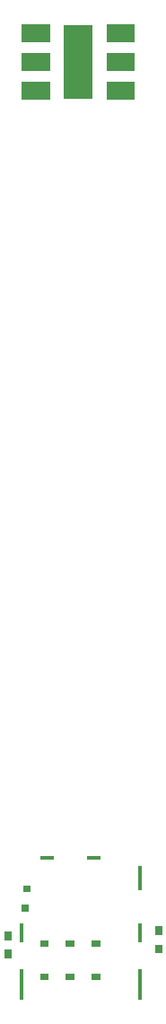
<source format=gts>
G04 #@! TF.FileFunction,Soldermask,Top*
%FSLAX46Y46*%
G04 Gerber Fmt 4.6, Leading zero omitted, Abs format (unit mm)*
G04 Created by KiCad (PCBNEW 4.0.2-stable) date 11/15/2017 1:36:56 PM*
%MOMM*%
G01*
G04 APERTURE LIST*
%ADD10C,0.050000*%
G04 APERTURE END LIST*
D10*
G36*
X41070742Y-118494415D02*
X40722342Y-118494415D01*
X40722342Y-115696015D01*
X41070742Y-115696015D01*
X41070742Y-118494415D01*
X41070742Y-118494415D01*
G37*
G36*
X29895742Y-118494415D02*
X29547342Y-118494415D01*
X29547342Y-115696015D01*
X29895742Y-115696015D01*
X29895742Y-118494415D01*
X29895742Y-118494415D01*
G37*
G36*
X32275742Y-116694415D02*
X31477342Y-116694415D01*
X31477342Y-116096015D01*
X32275742Y-116096015D01*
X32275742Y-116694415D01*
X32275742Y-116694415D01*
G37*
G36*
X34715742Y-116694415D02*
X33917342Y-116694415D01*
X33917342Y-116096015D01*
X34715742Y-116096015D01*
X34715742Y-116694415D01*
X34715742Y-116694415D01*
G37*
G36*
X37155742Y-116694415D02*
X36357342Y-116694415D01*
X36357342Y-116096015D01*
X37155742Y-116096015D01*
X37155742Y-116694415D01*
X37155742Y-116694415D01*
G37*
G36*
X28792742Y-114603315D02*
X28094342Y-114603315D01*
X28094342Y-113829915D01*
X28792742Y-113829915D01*
X28792742Y-114603315D01*
X28792742Y-114603315D01*
G37*
G36*
X43006582Y-114102035D02*
X42308182Y-114102035D01*
X42308182Y-113328635D01*
X43006582Y-113328635D01*
X43006582Y-114102035D01*
X43006582Y-114102035D01*
G37*
G36*
X37155742Y-113524415D02*
X36357342Y-113524415D01*
X36357342Y-112926015D01*
X37155742Y-112926015D01*
X37155742Y-113524415D01*
X37155742Y-113524415D01*
G37*
G36*
X32275742Y-113524415D02*
X31477342Y-113524415D01*
X31477342Y-112926015D01*
X32275742Y-112926015D01*
X32275742Y-113524415D01*
X32275742Y-113524415D01*
G37*
G36*
X34715742Y-113524415D02*
X33917342Y-113524415D01*
X33917342Y-112926015D01*
X34715742Y-112926015D01*
X34715742Y-113524415D01*
X34715742Y-113524415D01*
G37*
G36*
X29895742Y-113144415D02*
X29547342Y-113144415D01*
X29547342Y-111346015D01*
X29895742Y-111346015D01*
X29895742Y-113144415D01*
X29895742Y-113144415D01*
G37*
G36*
X41070742Y-113144415D02*
X40722342Y-113144415D01*
X40722342Y-111346015D01*
X41070742Y-111346015D01*
X41070742Y-113144415D01*
X41070742Y-113144415D01*
G37*
G36*
X28792742Y-112903315D02*
X28094342Y-112903315D01*
X28094342Y-112129915D01*
X28792742Y-112129915D01*
X28792742Y-112903315D01*
X28792742Y-112903315D01*
G37*
G36*
X43006582Y-112402035D02*
X42308182Y-112402035D01*
X42308182Y-111628635D01*
X43006582Y-111628635D01*
X43006582Y-112402035D01*
X43006582Y-112402035D01*
G37*
G36*
X30361742Y-110194415D02*
X29763342Y-110194415D01*
X29763342Y-109596015D01*
X30361742Y-109596015D01*
X30361742Y-110194415D01*
X30361742Y-110194415D01*
G37*
G36*
X30545742Y-108394415D02*
X29897342Y-108394415D01*
X29897342Y-107796015D01*
X30545742Y-107796015D01*
X30545742Y-108394415D01*
X30545742Y-108394415D01*
G37*
G36*
X41070742Y-108244415D02*
X40722342Y-108244415D01*
X40722342Y-105946015D01*
X41070742Y-105946015D01*
X41070742Y-108244415D01*
X41070742Y-108244415D01*
G37*
G36*
X32765742Y-105344415D02*
X31467342Y-105344415D01*
X31467342Y-104946015D01*
X32765742Y-104946015D01*
X32765742Y-105344415D01*
X32765742Y-105344415D01*
G37*
G36*
X37165742Y-105344415D02*
X35867342Y-105344415D01*
X35867342Y-104946015D01*
X37165742Y-104946015D01*
X37165742Y-105344415D01*
X37165742Y-105344415D01*
G37*
G36*
X32434342Y-33659415D02*
X29735942Y-33659415D01*
X29735942Y-31961015D01*
X32434342Y-31961015D01*
X32434342Y-33659415D01*
X32434342Y-33659415D01*
G37*
G36*
X40434342Y-33659415D02*
X37735942Y-33659415D01*
X37735942Y-31961015D01*
X40434342Y-31961015D01*
X40434342Y-33659415D01*
X40434342Y-33659415D01*
G37*
G36*
X36434342Y-33581215D02*
X33735942Y-33581215D01*
X33735942Y-26682815D01*
X36434342Y-26682815D01*
X36434342Y-33581215D01*
X36434342Y-33581215D01*
G37*
G36*
X40434342Y-30981215D02*
X37735942Y-30981215D01*
X37735942Y-29282815D01*
X40434342Y-29282815D01*
X40434342Y-30981215D01*
X40434342Y-30981215D01*
G37*
G36*
X32434342Y-30981215D02*
X29735942Y-30981215D01*
X29735942Y-29282815D01*
X32434342Y-29282815D01*
X32434342Y-30981215D01*
X32434342Y-30981215D01*
G37*
G36*
X40434342Y-28299415D02*
X37735942Y-28299415D01*
X37735942Y-26601015D01*
X40434342Y-26601015D01*
X40434342Y-28299415D01*
X40434342Y-28299415D01*
G37*
G36*
X32434342Y-28299415D02*
X29735942Y-28299415D01*
X29735942Y-26601015D01*
X32434342Y-26601015D01*
X32434342Y-28299415D01*
X32434342Y-28299415D01*
G37*
M02*

</source>
